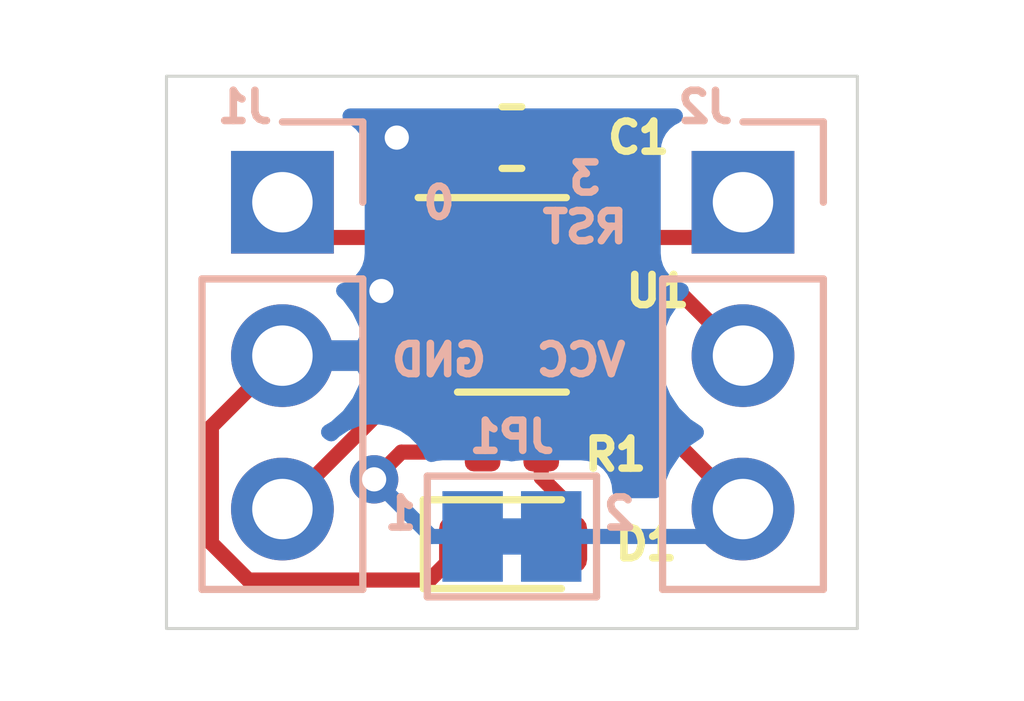
<source format=kicad_pcb>
(kicad_pcb (version 20171130) (host pcbnew "(5.1.6-0-10_14)")

  (general
    (thickness 1.6)
    (drawings 10)
    (tracks 34)
    (zones 0)
    (modules 7)
    (nets 9)
  )

  (page A4)
  (title_block
    (title "ATTiny10 Adapter Board")
    (date 2021-12-29)
    (rev 1.0)
  )

  (layers
    (0 F.Cu signal)
    (31 B.Cu signal)
    (32 B.Adhes user)
    (33 F.Adhes user)
    (34 B.Paste user)
    (35 F.Paste user)
    (36 B.SilkS user)
    (37 F.SilkS user)
    (38 B.Mask user)
    (39 F.Mask user)
    (40 Dwgs.User user)
    (41 Cmts.User user)
    (42 Eco1.User user)
    (43 Eco2.User user)
    (44 Edge.Cuts user)
    (45 Margin user)
    (46 B.CrtYd user)
    (47 F.CrtYd user)
    (48 B.Fab user)
    (49 F.Fab user)
  )

  (setup
    (last_trace_width 0.25)
    (trace_clearance 0.2)
    (zone_clearance 0.508)
    (zone_45_only no)
    (trace_min 0.2)
    (via_size 0.8)
    (via_drill 0.4)
    (via_min_size 0.4)
    (via_min_drill 0.3)
    (uvia_size 0.3)
    (uvia_drill 0.1)
    (uvias_allowed no)
    (uvia_min_size 0.2)
    (uvia_min_drill 0.1)
    (edge_width 0.05)
    (segment_width 0.2)
    (pcb_text_width 0.3)
    (pcb_text_size 1.5 1.5)
    (mod_edge_width 0.12)
    (mod_text_size 1 1)
    (mod_text_width 0.15)
    (pad_size 1.524 1.524)
    (pad_drill 0.762)
    (pad_to_mask_clearance 0.05)
    (aux_axis_origin 0 0)
    (visible_elements FFFFF77F)
    (pcbplotparams
      (layerselection 0x010fc_ffffffff)
      (usegerberextensions false)
      (usegerberattributes true)
      (usegerberadvancedattributes true)
      (creategerberjobfile true)
      (excludeedgelayer true)
      (linewidth 0.100000)
      (plotframeref false)
      (viasonmask false)
      (mode 1)
      (useauxorigin false)
      (hpglpennumber 1)
      (hpglpenspeed 20)
      (hpglpendiameter 15.000000)
      (psnegative false)
      (psa4output false)
      (plotreference true)
      (plotvalue true)
      (plotinvisibletext false)
      (padsonsilk false)
      (subtractmaskfromsilk false)
      (outputformat 1)
      (mirror false)
      (drillshape 0)
      (scaleselection 1)
      (outputdirectory "gerbers/"))
  )

  (net 0 "")
  (net 1 GND)
  (net 2 VCC)
  (net 3 /PB1)
  (net 4 /PB0)
  (net 5 /PB2)
  (net 6 /PB3)
  (net 7 "Net-(D1-Pad2)")
  (net 8 "Net-(JP1-Pad2)")

  (net_class Default "This is the default net class."
    (clearance 0.2)
    (trace_width 0.25)
    (via_dia 0.8)
    (via_drill 0.4)
    (uvia_dia 0.3)
    (uvia_drill 0.1)
    (add_net /PB0)
    (add_net /PB1)
    (add_net /PB2)
    (add_net /PB3)
    (add_net GND)
    (add_net "Net-(D1-Pad2)")
    (add_net "Net-(JP1-Pad2)")
    (add_net VCC)
  )

  (module LED_SMD:LED_0603_1608Metric (layer F.Cu) (tedit 5B301BBE) (tstamp 61CD32D8)
    (at 142.387 104.521)
    (descr "LED SMD 0603 (1608 Metric), square (rectangular) end terminal, IPC_7351 nominal, (Body size source: http://www.tortai-tech.com/upload/download/2011102023233369053.pdf), generated with kicad-footprint-generator")
    (tags diode)
    (path /61D02DF6)
    (attr smd)
    (fp_text reference D1 (at 2.2025 0) (layer F.SilkS)
      (effects (font (size 0.5 0.5) (thickness 0.125)))
    )
    (fp_text value RED (at 0 1.43) (layer F.Fab)
      (effects (font (size 1 1) (thickness 0.15)))
    )
    (fp_text user %R (at 0 0) (layer F.Fab)
      (effects (font (size 0.4 0.4) (thickness 0.06)))
    )
    (fp_line (start 0.8 -0.4) (end -0.5 -0.4) (layer F.Fab) (width 0.1))
    (fp_line (start -0.5 -0.4) (end -0.8 -0.1) (layer F.Fab) (width 0.1))
    (fp_line (start -0.8 -0.1) (end -0.8 0.4) (layer F.Fab) (width 0.1))
    (fp_line (start -0.8 0.4) (end 0.8 0.4) (layer F.Fab) (width 0.1))
    (fp_line (start 0.8 0.4) (end 0.8 -0.4) (layer F.Fab) (width 0.1))
    (fp_line (start 0.8 -0.735) (end -1.485 -0.735) (layer F.SilkS) (width 0.12))
    (fp_line (start -1.485 -0.735) (end -1.485 0.735) (layer F.SilkS) (width 0.12))
    (fp_line (start -1.485 0.735) (end 0.8 0.735) (layer F.SilkS) (width 0.12))
    (fp_line (start -1.48 0.73) (end -1.48 -0.73) (layer F.CrtYd) (width 0.05))
    (fp_line (start -1.48 -0.73) (end 1.48 -0.73) (layer F.CrtYd) (width 0.05))
    (fp_line (start 1.48 -0.73) (end 1.48 0.73) (layer F.CrtYd) (width 0.05))
    (fp_line (start 1.48 0.73) (end -1.48 0.73) (layer F.CrtYd) (width 0.05))
    (pad 2 smd roundrect (at 0.7875 0) (size 0.875 0.95) (layers F.Cu F.Paste F.Mask) (roundrect_rratio 0.25)
      (net 7 "Net-(D1-Pad2)"))
    (pad 1 smd roundrect (at -0.7875 0) (size 0.875 0.95) (layers F.Cu F.Paste F.Mask) (roundrect_rratio 0.25)
      (net 1 GND))
    (model ${KISYS3DMOD}/LED_SMD.3dshapes/LED_0603_1608Metric.wrl
      (at (xyz 0 0 0))
      (scale (xyz 1 1 1))
      (rotate (xyz 0 0 0))
    )
  )

  (module Resistor_SMD:R_0402_1005Metric (layer F.Cu) (tedit 5B301BBD) (tstamp 61CD2798)
    (at 142.367 102.997)
    (descr "Resistor SMD 0402 (1005 Metric), square (rectangular) end terminal, IPC_7351 nominal, (Body size source: http://www.tortai-tech.com/upload/download/2011102023233369053.pdf), generated with kicad-footprint-generator")
    (tags resistor)
    (path /61D08A59)
    (attr smd)
    (fp_text reference R1 (at 1.7145 0.0405 180) (layer F.SilkS)
      (effects (font (size 0.5 0.5) (thickness 0.125)))
    )
    (fp_text value 1k (at 0 1.17) (layer F.Fab)
      (effects (font (size 1 1) (thickness 0.15)))
    )
    (fp_text user %R (at 0 0) (layer F.Fab)
      (effects (font (size 0.25 0.25) (thickness 0.04)))
    )
    (fp_line (start -0.5 0.25) (end -0.5 -0.25) (layer F.Fab) (width 0.1))
    (fp_line (start -0.5 -0.25) (end 0.5 -0.25) (layer F.Fab) (width 0.1))
    (fp_line (start 0.5 -0.25) (end 0.5 0.25) (layer F.Fab) (width 0.1))
    (fp_line (start 0.5 0.25) (end -0.5 0.25) (layer F.Fab) (width 0.1))
    (fp_line (start -0.93 0.47) (end -0.93 -0.47) (layer F.CrtYd) (width 0.05))
    (fp_line (start -0.93 -0.47) (end 0.93 -0.47) (layer F.CrtYd) (width 0.05))
    (fp_line (start 0.93 -0.47) (end 0.93 0.47) (layer F.CrtYd) (width 0.05))
    (fp_line (start 0.93 0.47) (end -0.93 0.47) (layer F.CrtYd) (width 0.05))
    (pad 2 smd roundrect (at 0.485 0) (size 0.59 0.64) (layers F.Cu F.Paste F.Mask) (roundrect_rratio 0.25)
      (net 7 "Net-(D1-Pad2)"))
    (pad 1 smd roundrect (at -0.485 0) (size 0.59 0.64) (layers F.Cu F.Paste F.Mask) (roundrect_rratio 0.25)
      (net 8 "Net-(JP1-Pad2)"))
    (model ${KISYS3DMOD}/Resistor_SMD.3dshapes/R_0402_1005Metric.wrl
      (at (xyz 0 0 0))
      (scale (xyz 1 1 1))
      (rotate (xyz 0 0 0))
    )
  )

  (module Jumper:SolderJumper-2_P1.3mm_Bridged_Pad1.0x1.5mm (layer B.Cu) (tedit 5C756AB2) (tstamp 61CD1C4C)
    (at 142.367 104.394 180)
    (descr "SMD Solder Jumper, 1x1.5mm Pads, 0.3mm gap, bridged with 1 copper strip")
    (tags "solder jumper open")
    (path /61D0E172)
    (attr virtual)
    (fp_text reference JP1 (at 0 1.651) (layer B.SilkS)
      (effects (font (size 0.5 0.5) (thickness 0.125)) (justify mirror))
    )
    (fp_text value Jumper_NC_Small (at 0 -1.9) (layer B.Fab)
      (effects (font (size 1 1) (thickness 0.15)) (justify mirror))
    )
    (fp_line (start -1.4 -1) (end -1.4 1) (layer B.SilkS) (width 0.12))
    (fp_line (start 1.4 -1) (end -1.4 -1) (layer B.SilkS) (width 0.12))
    (fp_line (start 1.4 1) (end 1.4 -1) (layer B.SilkS) (width 0.12))
    (fp_line (start -1.4 1) (end 1.4 1) (layer B.SilkS) (width 0.12))
    (fp_line (start -1.65 1.25) (end 1.65 1.25) (layer B.CrtYd) (width 0.05))
    (fp_line (start -1.65 1.25) (end -1.65 -1.25) (layer B.CrtYd) (width 0.05))
    (fp_line (start 1.65 -1.25) (end 1.65 1.25) (layer B.CrtYd) (width 0.05))
    (fp_line (start 1.65 -1.25) (end -1.65 -1.25) (layer B.CrtYd) (width 0.05))
    (fp_poly (pts (xy -0.25 0.3) (xy 0.25 0.3) (xy 0.25 -0.3) (xy -0.25 -0.3)) (layer B.Cu) (width 0))
    (pad 2 smd rect (at 0.65 0 180) (size 1 1.5) (layers B.Cu B.Mask)
      (net 8 "Net-(JP1-Pad2)"))
    (pad 1 smd rect (at -0.65 0 180) (size 1 1.5) (layers B.Cu B.Mask)
      (net 5 /PB2))
  )

  (module Package_TO_SOT_SMD:SOT-23-6 (layer F.Cu) (tedit 5A02FF57) (tstamp 61CD28AF)
    (at 142.367 100.3935)
    (descr "6-pin SOT-23 package")
    (tags SOT-23-6)
    (path /61CCB0F8)
    (attr smd)
    (fp_text reference U1 (at 2.413 -0.0635) (layer F.SilkS)
      (effects (font (size 0.5 0.5) (thickness 0.125)))
    )
    (fp_text value ATtiny10-TS (at 0 2.9) (layer F.Fab)
      (effects (font (size 1 1) (thickness 0.15)))
    )
    (fp_text user %R (at 0 0 90) (layer F.Fab)
      (effects (font (size 0.5 0.5) (thickness 0.075)))
    )
    (fp_line (start -0.9 1.61) (end 0.9 1.61) (layer F.SilkS) (width 0.12))
    (fp_line (start 0.9 -1.61) (end -1.55 -1.61) (layer F.SilkS) (width 0.12))
    (fp_line (start 1.9 -1.8) (end -1.9 -1.8) (layer F.CrtYd) (width 0.05))
    (fp_line (start 1.9 1.8) (end 1.9 -1.8) (layer F.CrtYd) (width 0.05))
    (fp_line (start -1.9 1.8) (end 1.9 1.8) (layer F.CrtYd) (width 0.05))
    (fp_line (start -1.9 -1.8) (end -1.9 1.8) (layer F.CrtYd) (width 0.05))
    (fp_line (start -0.9 -0.9) (end -0.25 -1.55) (layer F.Fab) (width 0.1))
    (fp_line (start 0.9 -1.55) (end -0.25 -1.55) (layer F.Fab) (width 0.1))
    (fp_line (start -0.9 -0.9) (end -0.9 1.55) (layer F.Fab) (width 0.1))
    (fp_line (start 0.9 1.55) (end -0.9 1.55) (layer F.Fab) (width 0.1))
    (fp_line (start 0.9 -1.55) (end 0.9 1.55) (layer F.Fab) (width 0.1))
    (pad 5 smd rect (at 1.1 0) (size 1.06 0.65) (layers F.Cu F.Paste F.Mask)
      (net 2 VCC))
    (pad 6 smd rect (at 1.1 -0.95) (size 1.06 0.65) (layers F.Cu F.Paste F.Mask)
      (net 6 /PB3))
    (pad 4 smd rect (at 1.1 0.95) (size 1.06 0.65) (layers F.Cu F.Paste F.Mask)
      (net 5 /PB2))
    (pad 3 smd rect (at -1.1 0.95) (size 1.06 0.65) (layers F.Cu F.Paste F.Mask)
      (net 3 /PB1))
    (pad 2 smd rect (at -1.1 0) (size 1.06 0.65) (layers F.Cu F.Paste F.Mask)
      (net 1 GND))
    (pad 1 smd rect (at -1.1 -0.95) (size 1.06 0.65) (layers F.Cu F.Paste F.Mask)
      (net 4 /PB0))
    (model ${KISYS3DMOD}/Package_TO_SOT_SMD.3dshapes/SOT-23-6.wrl
      (at (xyz 0 0 0))
      (scale (xyz 1 1 1))
      (rotate (xyz 0 0 0))
    )
  )

  (module Connector_PinHeader_2.54mm:PinHeader_1x03_P2.54mm_Vertical (layer B.Cu) (tedit 59FED5CC) (tstamp 61CD12F9)
    (at 146.19 98.86 180)
    (descr "Through hole straight pin header, 1x03, 2.54mm pitch, single row")
    (tags "Through hole pin header THT 1x03 2.54mm single row")
    (path /61CDD3B4)
    (fp_text reference J2 (at 0.622 1.578) (layer B.SilkS)
      (effects (font (size 0.5 0.5) (thickness 0.125)) (justify mirror))
    )
    (fp_text value Conn_01x03 (at 0 -7.41) (layer B.Fab)
      (effects (font (size 1 1) (thickness 0.15)) (justify mirror))
    )
    (fp_text user %R (at 0 -2.54 270) (layer B.Fab)
      (effects (font (size 1 1) (thickness 0.15)) (justify mirror))
    )
    (fp_line (start -0.635 1.27) (end 1.27 1.27) (layer B.Fab) (width 0.1))
    (fp_line (start 1.27 1.27) (end 1.27 -6.35) (layer B.Fab) (width 0.1))
    (fp_line (start 1.27 -6.35) (end -1.27 -6.35) (layer B.Fab) (width 0.1))
    (fp_line (start -1.27 -6.35) (end -1.27 0.635) (layer B.Fab) (width 0.1))
    (fp_line (start -1.27 0.635) (end -0.635 1.27) (layer B.Fab) (width 0.1))
    (fp_line (start -1.33 -6.41) (end 1.33 -6.41) (layer B.SilkS) (width 0.12))
    (fp_line (start -1.33 -1.27) (end -1.33 -6.41) (layer B.SilkS) (width 0.12))
    (fp_line (start 1.33 -1.27) (end 1.33 -6.41) (layer B.SilkS) (width 0.12))
    (fp_line (start -1.33 -1.27) (end 1.33 -1.27) (layer B.SilkS) (width 0.12))
    (fp_line (start -1.33 0) (end -1.33 1.33) (layer B.SilkS) (width 0.12))
    (fp_line (start -1.33 1.33) (end 0 1.33) (layer B.SilkS) (width 0.12))
    (fp_line (start -1.8 1.8) (end -1.8 -6.85) (layer B.CrtYd) (width 0.05))
    (fp_line (start -1.8 -6.85) (end 1.8 -6.85) (layer B.CrtYd) (width 0.05))
    (fp_line (start 1.8 -6.85) (end 1.8 1.8) (layer B.CrtYd) (width 0.05))
    (fp_line (start 1.8 1.8) (end -1.8 1.8) (layer B.CrtYd) (width 0.05))
    (pad 3 thru_hole oval (at 0 -5.08 180) (size 1.7 1.7) (drill 1) (layers *.Cu *.Mask)
      (net 5 /PB2))
    (pad 2 thru_hole oval (at 0 -2.54 180) (size 1.7 1.7) (drill 1) (layers *.Cu *.Mask)
      (net 2 VCC))
    (pad 1 thru_hole rect (at 0 0 180) (size 1.7 1.7) (drill 1) (layers *.Cu *.Mask)
      (net 6 /PB3))
    (model ${KISYS3DMOD}/Connector_PinHeader_2.54mm.3dshapes/PinHeader_1x03_P2.54mm_Vertical.wrl
      (at (xyz 0 0 0))
      (scale (xyz 1 1 1))
      (rotate (xyz 0 0 0))
    )
  )

  (module Connector_PinHeader_2.54mm:PinHeader_1x03_P2.54mm_Vertical (layer B.Cu) (tedit 59FED5CC) (tstamp 61CD12E2)
    (at 138.57 98.86 180)
    (descr "Through hole straight pin header, 1x03, 2.54mm pitch, single row")
    (tags "Through hole pin header THT 1x03 2.54mm single row")
    (path /61CDA939)
    (fp_text reference J1 (at 0.622 1.578) (layer B.SilkS)
      (effects (font (size 0.5 0.5) (thickness 0.125)) (justify mirror))
    )
    (fp_text value Conn_01x03 (at 0 -7.41) (layer B.Fab)
      (effects (font (size 1 1) (thickness 0.15)) (justify mirror))
    )
    (fp_text user %R (at 0 -2.54 270) (layer B.Fab)
      (effects (font (size 1 1) (thickness 0.15)) (justify mirror))
    )
    (fp_line (start -0.635 1.27) (end 1.27 1.27) (layer B.Fab) (width 0.1))
    (fp_line (start 1.27 1.27) (end 1.27 -6.35) (layer B.Fab) (width 0.1))
    (fp_line (start 1.27 -6.35) (end -1.27 -6.35) (layer B.Fab) (width 0.1))
    (fp_line (start -1.27 -6.35) (end -1.27 0.635) (layer B.Fab) (width 0.1))
    (fp_line (start -1.27 0.635) (end -0.635 1.27) (layer B.Fab) (width 0.1))
    (fp_line (start -1.33 -6.41) (end 1.33 -6.41) (layer B.SilkS) (width 0.12))
    (fp_line (start -1.33 -1.27) (end -1.33 -6.41) (layer B.SilkS) (width 0.12))
    (fp_line (start 1.33 -1.27) (end 1.33 -6.41) (layer B.SilkS) (width 0.12))
    (fp_line (start -1.33 -1.27) (end 1.33 -1.27) (layer B.SilkS) (width 0.12))
    (fp_line (start -1.33 0) (end -1.33 1.33) (layer B.SilkS) (width 0.12))
    (fp_line (start -1.33 1.33) (end 0 1.33) (layer B.SilkS) (width 0.12))
    (fp_line (start -1.8 1.8) (end -1.8 -6.85) (layer B.CrtYd) (width 0.05))
    (fp_line (start -1.8 -6.85) (end 1.8 -6.85) (layer B.CrtYd) (width 0.05))
    (fp_line (start 1.8 -6.85) (end 1.8 1.8) (layer B.CrtYd) (width 0.05))
    (fp_line (start 1.8 1.8) (end -1.8 1.8) (layer B.CrtYd) (width 0.05))
    (pad 3 thru_hole oval (at 0 -5.08 180) (size 1.7 1.7) (drill 1) (layers *.Cu *.Mask)
      (net 3 /PB1))
    (pad 2 thru_hole oval (at 0 -2.54 180) (size 1.7 1.7) (drill 1) (layers *.Cu *.Mask)
      (net 1 GND))
    (pad 1 thru_hole rect (at 0 0 180) (size 1.7 1.7) (drill 1) (layers *.Cu *.Mask)
      (net 4 /PB0))
    (model ${KISYS3DMOD}/Connector_PinHeader_2.54mm.3dshapes/PinHeader_1x03_P2.54mm_Vertical.wrl
      (at (xyz 0 0 0))
      (scale (xyz 1 1 1))
      (rotate (xyz 0 0 0))
    )
  )

  (module Capacitor_SMD:C_0603_1608Metric (layer F.Cu) (tedit 5B301BBE) (tstamp 61CD340B)
    (at 142.367 97.79 180)
    (descr "Capacitor SMD 0603 (1608 Metric), square (rectangular) end terminal, IPC_7351 nominal, (Body size source: http://www.tortai-tech.com/upload/download/2011102023233369053.pdf), generated with kicad-footprint-generator")
    (tags capacitor)
    (path /61CCC308)
    (attr smd)
    (fp_text reference C1 (at -2.0955 0) (layer F.SilkS)
      (effects (font (size 0.5 0.5) (thickness 0.125)))
    )
    (fp_text value 1uF (at 0 1.43) (layer F.Fab)
      (effects (font (size 1 1) (thickness 0.15)))
    )
    (fp_text user %R (at 0 0) (layer F.Fab)
      (effects (font (size 0.4 0.4) (thickness 0.06)))
    )
    (fp_line (start -0.8 0.4) (end -0.8 -0.4) (layer F.Fab) (width 0.1))
    (fp_line (start -0.8 -0.4) (end 0.8 -0.4) (layer F.Fab) (width 0.1))
    (fp_line (start 0.8 -0.4) (end 0.8 0.4) (layer F.Fab) (width 0.1))
    (fp_line (start 0.8 0.4) (end -0.8 0.4) (layer F.Fab) (width 0.1))
    (fp_line (start -0.162779 -0.51) (end 0.162779 -0.51) (layer F.SilkS) (width 0.12))
    (fp_line (start -0.162779 0.51) (end 0.162779 0.51) (layer F.SilkS) (width 0.12))
    (fp_line (start -1.48 0.73) (end -1.48 -0.73) (layer F.CrtYd) (width 0.05))
    (fp_line (start -1.48 -0.73) (end 1.48 -0.73) (layer F.CrtYd) (width 0.05))
    (fp_line (start 1.48 -0.73) (end 1.48 0.73) (layer F.CrtYd) (width 0.05))
    (fp_line (start 1.48 0.73) (end -1.48 0.73) (layer F.CrtYd) (width 0.05))
    (pad 2 smd roundrect (at 0.7875 0 180) (size 0.875 0.95) (layers F.Cu F.Paste F.Mask) (roundrect_rratio 0.25)
      (net 1 GND))
    (pad 1 smd roundrect (at -0.7875 0 180) (size 0.875 0.95) (layers F.Cu F.Paste F.Mask) (roundrect_rratio 0.25)
      (net 2 VCC))
    (model ${KISYS3DMOD}/Capacitor_SMD.3dshapes/C_0603_1608Metric.wrl
      (at (xyz 0 0 0))
      (scale (xyz 1 1 1))
      (rotate (xyz 0 0 0))
    )
  )

  (gr_text 1 (at 140.5255 104.013) (layer B.SilkS) (tstamp 61CD3B75)
    (effects (font (size 0.5 0.5) (thickness 0.125)) (justify mirror))
  )
  (gr_text GND (at 141.1605 101.473) (layer B.SilkS) (tstamp 61CD2D27)
    (effects (font (size 0.5 0.5) (thickness 0.125)) (justify mirror))
  )
  (gr_text 0 (at 141.1605 98.8695) (layer B.SilkS) (tstamp 61CD2CC6)
    (effects (font (size 0.5 0.5) (thickness 0.125)) (justify mirror))
  )
  (gr_text 2 (at 144.145 104.013) (layer B.SilkS) (tstamp 61CD2C88)
    (effects (font (size 0.5 0.5) (thickness 0.125)) (justify mirror))
  )
  (gr_text VCC (at 143.51 101.473) (layer B.SilkS) (tstamp 61CD2C7E)
    (effects (font (size 0.5 0.5) (thickness 0.125)) (justify mirror))
  )
  (gr_text "3\nRST" (at 143.5735 98.8695) (layer B.SilkS) (tstamp 61CD2C76)
    (effects (font (size 0.5 0.5) (thickness 0.125)) (justify mirror))
  )
  (gr_line (start 148.082 96.774) (end 136.652 96.774) (layer Edge.Cuts) (width 0.05) (tstamp 61CD1866))
  (gr_line (start 148.082 105.918) (end 148.082 96.774) (layer Edge.Cuts) (width 0.05))
  (gr_line (start 136.652 105.918) (end 148.082 105.918) (layer Edge.Cuts) (width 0.05))
  (gr_line (start 136.652 96.774) (end 136.652 105.918) (layer Edge.Cuts) (width 0.05))

  (via (at 140.462 97.79) (size 0.8) (drill 0.4) (layers F.Cu B.Cu) (net 1))
  (segment (start 141.5795 97.79) (end 140.462 97.79) (width 0.25) (layer F.Cu) (net 1))
  (via (at 140.208 100.33) (size 0.8) (drill 0.4) (layers F.Cu B.Cu) (net 1))
  (segment (start 140.2715 100.3935) (end 140.208 100.33) (width 0.25) (layer F.Cu) (net 1))
  (segment (start 141.267 100.3935) (end 140.2715 100.3935) (width 0.25) (layer F.Cu) (net 1))
  (segment (start 137.394999 104.504001) (end 137.394999 102.575001) (width 0.25) (layer F.Cu) (net 1))
  (segment (start 138.005999 105.115001) (end 137.394999 104.504001) (width 0.25) (layer F.Cu) (net 1))
  (segment (start 137.394999 102.575001) (end 138.57 101.4) (width 0.25) (layer F.Cu) (net 1))
  (segment (start 141.005499 105.115001) (end 138.005999 105.115001) (width 0.25) (layer F.Cu) (net 1))
  (segment (start 141.5995 104.521) (end 141.005499 105.115001) (width 0.25) (layer F.Cu) (net 1))
  (segment (start 142.611999 100.318499) (end 142.687 100.3935) (width 0.25) (layer F.Cu) (net 2))
  (segment (start 142.611999 98.332501) (end 142.611999 100.318499) (width 0.25) (layer F.Cu) (net 2))
  (segment (start 142.687 100.3935) (end 143.467 100.3935) (width 0.25) (layer F.Cu) (net 2))
  (segment (start 143.1545 97.79) (end 142.611999 98.332501) (width 0.25) (layer F.Cu) (net 2))
  (segment (start 145.1835 100.3935) (end 146.19 101.4) (width 0.25) (layer F.Cu) (net 2))
  (segment (start 143.467 100.3935) (end 145.1835 100.3935) (width 0.25) (layer F.Cu) (net 2))
  (segment (start 141.1665 101.3435) (end 138.57 103.94) (width 0.25) (layer F.Cu) (net 3))
  (segment (start 141.267 101.3435) (end 141.1665 101.3435) (width 0.25) (layer F.Cu) (net 3))
  (segment (start 139.1535 99.4435) (end 138.57 98.86) (width 0.25) (layer F.Cu) (net 4))
  (segment (start 141.267 99.4435) (end 139.1535 99.4435) (width 0.25) (layer F.Cu) (net 4))
  (segment (start 143.5935 101.3435) (end 146.19 103.94) (width 0.25) (layer F.Cu) (net 5))
  (segment (start 143.467 101.3435) (end 143.5935 101.3435) (width 0.25) (layer F.Cu) (net 5))
  (segment (start 145.736 104.394) (end 146.19 103.94) (width 0.25) (layer B.Cu) (net 5))
  (segment (start 143.017 104.394) (end 145.736 104.394) (width 0.25) (layer B.Cu) (net 5))
  (segment (start 145.6065 99.4435) (end 146.19 98.86) (width 0.25) (layer F.Cu) (net 6))
  (segment (start 143.467 99.4435) (end 145.6065 99.4435) (width 0.25) (layer F.Cu) (net 6))
  (segment (start 142.852 102.997) (end 142.852 103.4185) (width 0.25) (layer F.Cu) (net 7))
  (segment (start 143.1745 103.741) (end 143.1745 104.521) (width 0.25) (layer F.Cu) (net 7))
  (segment (start 142.852 103.4185) (end 143.1745 103.741) (width 0.25) (layer F.Cu) (net 7))
  (via (at 140.087403 103.447903) (size 0.8) (drill 0.4) (layers F.Cu B.Cu) (net 8))
  (segment (start 141.0335 104.394) (end 140.087403 103.447903) (width 0.25) (layer B.Cu) (net 8))
  (segment (start 141.717 104.394) (end 141.0335 104.394) (width 0.25) (layer B.Cu) (net 8))
  (segment (start 140.087403 103.447903) (end 140.538306 102.997) (width 0.25) (layer F.Cu) (net 8))
  (segment (start 140.538306 102.997) (end 141.882 102.997) (width 0.25) (layer F.Cu) (net 8))

  (zone (net 1) (net_name GND) (layer B.Cu) (tstamp 61CD2EC0) (hatch edge 0.508)
    (connect_pads (clearance 0.508))
    (min_thickness 0.254)
    (fill yes (arc_segments 32) (thermal_gap 0.508) (thermal_bridge_width 0.508))
    (polygon
      (pts
        (xy 148.082 105.918) (xy 136.652 105.918) (xy 136.652 96.774) (xy 148.082 96.774)
      )
    )
    (filled_polygon
      (pts
        (xy 144.985506 97.479463) (xy 144.888815 97.558815) (xy 144.809463 97.655506) (xy 144.750498 97.76582) (xy 144.714188 97.885518)
        (xy 144.701928 98.01) (xy 144.701928 99.71) (xy 144.714188 99.834482) (xy 144.750498 99.95418) (xy 144.809463 100.064494)
        (xy 144.888815 100.161185) (xy 144.985506 100.240537) (xy 145.09582 100.299502) (xy 145.16838 100.321513) (xy 145.036525 100.453368)
        (xy 144.87401 100.696589) (xy 144.762068 100.966842) (xy 144.705 101.25374) (xy 144.705 101.54626) (xy 144.762068 101.833158)
        (xy 144.87401 102.103411) (xy 145.036525 102.346632) (xy 145.243368 102.553475) (xy 145.41776 102.67) (xy 145.243368 102.786525)
        (xy 145.036525 102.993368) (xy 144.87401 103.236589) (xy 144.762068 103.506842) (xy 144.736775 103.634) (xy 144.154087 103.634)
        (xy 144.142812 103.519518) (xy 144.106502 103.39982) (xy 144.047537 103.289506) (xy 143.968185 103.192815) (xy 143.871494 103.113463)
        (xy 143.76118 103.054498) (xy 143.641482 103.018188) (xy 143.517 103.005928) (xy 142.517 103.005928) (xy 142.392518 103.018188)
        (xy 142.367 103.025929) (xy 142.341482 103.018188) (xy 142.217 103.005928) (xy 141.217 103.005928) (xy 141.092518 103.018188)
        (xy 141.036699 103.035121) (xy 141.004608 102.957647) (xy 140.89134 102.788129) (xy 140.747177 102.643966) (xy 140.577659 102.530698)
        (xy 140.389301 102.452677) (xy 140.189342 102.412903) (xy 139.985464 102.412903) (xy 139.785505 102.452677) (xy 139.597147 102.530698)
        (xy 139.427629 102.643966) (xy 139.377821 102.693774) (xy 139.334466 102.664805) (xy 139.451355 102.595178) (xy 139.667588 102.400269)
        (xy 139.841641 102.16692) (xy 139.966825 101.904099) (xy 140.011476 101.75689) (xy 139.890155 101.527) (xy 138.697 101.527)
        (xy 138.697 101.547) (xy 138.443 101.547) (xy 138.443 101.527) (xy 138.423 101.527) (xy 138.423 101.273)
        (xy 138.443 101.273) (xy 138.443 101.253) (xy 138.697 101.253) (xy 138.697 101.273) (xy 139.890155 101.273)
        (xy 140.011476 101.04311) (xy 139.966825 100.895901) (xy 139.841641 100.63308) (xy 139.667588 100.399731) (xy 139.583534 100.323966)
        (xy 139.66418 100.299502) (xy 139.774494 100.240537) (xy 139.871185 100.161185) (xy 139.950537 100.064494) (xy 140.009502 99.95418)
        (xy 140.045812 99.834482) (xy 140.058072 99.71) (xy 140.058072 98.01) (xy 140.045812 97.885518) (xy 140.009502 97.76582)
        (xy 139.950537 97.655506) (xy 139.871185 97.558815) (xy 139.774494 97.479463) (xy 139.68944 97.434) (xy 145.07056 97.434)
      )
    )
  )
)

</source>
